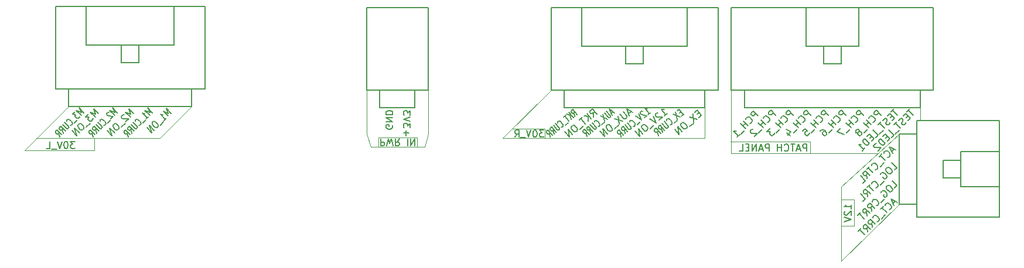
<source format=gbr>
G04 #@! TF.GenerationSoftware,KiCad,Pcbnew,(5.1.4)-1*
G04 #@! TF.CreationDate,2019-11-22T18:54:27-06:00*
G04 #@! TF.ProjectId,Tiva_Breakout_Hardware,54697661-5f42-4726-9561-6b6f75745f48,rev?*
G04 #@! TF.SameCoordinates,Original*
G04 #@! TF.FileFunction,Legend,Bot*
G04 #@! TF.FilePolarity,Positive*
%FSLAX46Y46*%
G04 Gerber Fmt 4.6, Leading zero omitted, Abs format (unit mm)*
G04 Created by KiCad (PCBNEW (5.1.4)-1) date 2019-11-22 18:54:27*
%MOMM*%
%LPD*%
G04 APERTURE LIST*
%ADD10C,0.120000*%
%ADD11C,0.150000*%
G04 APERTURE END LIST*
D10*
X203276200Y-94869000D02*
X203276200Y-96520000D01*
X191719200Y-94869000D02*
X203276200Y-94869000D01*
D11*
X202727914Y-96210380D02*
X202727914Y-95210380D01*
X202346961Y-95210380D01*
X202251723Y-95258000D01*
X202204104Y-95305619D01*
X202156485Y-95400857D01*
X202156485Y-95543714D01*
X202204104Y-95638952D01*
X202251723Y-95686571D01*
X202346961Y-95734190D01*
X202727914Y-95734190D01*
X201775533Y-95924666D02*
X201299342Y-95924666D01*
X201870771Y-96210380D02*
X201537438Y-95210380D01*
X201204104Y-96210380D01*
X201013628Y-95210380D02*
X200442200Y-95210380D01*
X200727914Y-96210380D02*
X200727914Y-95210380D01*
X199537438Y-96115142D02*
X199585057Y-96162761D01*
X199727914Y-96210380D01*
X199823152Y-96210380D01*
X199966009Y-96162761D01*
X200061247Y-96067523D01*
X200108866Y-95972285D01*
X200156485Y-95781809D01*
X200156485Y-95638952D01*
X200108866Y-95448476D01*
X200061247Y-95353238D01*
X199966009Y-95258000D01*
X199823152Y-95210380D01*
X199727914Y-95210380D01*
X199585057Y-95258000D01*
X199537438Y-95305619D01*
X199108866Y-96210380D02*
X199108866Y-95210380D01*
X199108866Y-95686571D02*
X198537438Y-95686571D01*
X198537438Y-96210380D02*
X198537438Y-95210380D01*
X197299342Y-96210380D02*
X197299342Y-95210380D01*
X196918390Y-95210380D01*
X196823152Y-95258000D01*
X196775533Y-95305619D01*
X196727914Y-95400857D01*
X196727914Y-95543714D01*
X196775533Y-95638952D01*
X196823152Y-95686571D01*
X196918390Y-95734190D01*
X197299342Y-95734190D01*
X196346961Y-95924666D02*
X195870771Y-95924666D01*
X196442200Y-96210380D02*
X196108866Y-95210380D01*
X195775533Y-96210380D01*
X195442200Y-96210380D02*
X195442200Y-95210380D01*
X194870771Y-96210380D01*
X194870771Y-95210380D01*
X194394580Y-95686571D02*
X194061247Y-95686571D01*
X193918390Y-96210380D02*
X194394580Y-96210380D01*
X194394580Y-95210380D01*
X193918390Y-95210380D01*
X193013628Y-96210380D02*
X193489819Y-96210380D01*
X193489819Y-95210380D01*
D10*
X191846200Y-96520000D02*
X213055200Y-96520000D01*
X191846200Y-87376000D02*
X191846200Y-96520000D01*
X219151200Y-89916000D02*
X219151200Y-91821000D01*
D11*
X195713310Y-91133652D02*
X195006203Y-90426546D01*
X194736829Y-90695920D01*
X194703157Y-90796935D01*
X194703157Y-90864278D01*
X194736829Y-90965294D01*
X194837844Y-91066309D01*
X194938860Y-91099981D01*
X195006203Y-91099981D01*
X195107218Y-91066309D01*
X195376592Y-90796935D01*
X194534799Y-92177477D02*
X194602142Y-92177477D01*
X194736829Y-92110133D01*
X194804173Y-92042790D01*
X194871516Y-91908103D01*
X194871516Y-91773416D01*
X194837844Y-91672400D01*
X194736829Y-91504042D01*
X194635814Y-91403026D01*
X194467455Y-91302011D01*
X194366440Y-91268339D01*
X194231753Y-91268339D01*
X194097066Y-91335683D01*
X194029722Y-91403026D01*
X193962379Y-91537713D01*
X193962379Y-91605057D01*
X194299096Y-92547866D02*
X193591990Y-91840759D01*
X193928707Y-92177477D02*
X193524646Y-92581538D01*
X193895035Y-92951927D02*
X193187929Y-92244820D01*
X193794020Y-93187629D02*
X193255272Y-93726377D01*
X192649181Y-94197782D02*
X193053242Y-93793721D01*
X192851211Y-93995751D02*
X192144104Y-93288644D01*
X192312463Y-93322316D01*
X192447150Y-93322316D01*
X192548165Y-93288644D01*
X198253310Y-91006652D02*
X197546203Y-90299546D01*
X197276829Y-90568920D01*
X197243157Y-90669935D01*
X197243157Y-90737278D01*
X197276829Y-90838294D01*
X197377844Y-90939309D01*
X197478860Y-90972981D01*
X197546203Y-90972981D01*
X197647218Y-90939309D01*
X197916592Y-90669935D01*
X197074799Y-92050477D02*
X197142142Y-92050477D01*
X197276829Y-91983133D01*
X197344173Y-91915790D01*
X197411516Y-91781103D01*
X197411516Y-91646416D01*
X197377844Y-91545400D01*
X197276829Y-91377042D01*
X197175814Y-91276026D01*
X197007455Y-91175011D01*
X196906440Y-91141339D01*
X196771753Y-91141339D01*
X196637066Y-91208683D01*
X196569722Y-91276026D01*
X196502379Y-91410713D01*
X196502379Y-91478057D01*
X196839096Y-92420866D02*
X196131990Y-91713759D01*
X196468707Y-92050477D02*
X196064646Y-92454538D01*
X196435035Y-92824927D02*
X195727929Y-92117820D01*
X196334020Y-93060629D02*
X195795272Y-93599377D01*
X194953478Y-93026957D02*
X194886135Y-93026957D01*
X194785120Y-93060629D01*
X194616761Y-93228988D01*
X194583089Y-93330003D01*
X194583089Y-93397347D01*
X194616761Y-93498362D01*
X194684104Y-93565705D01*
X194818791Y-93633049D01*
X195626913Y-93633049D01*
X195189181Y-94070782D01*
X200793310Y-91006652D02*
X200086203Y-90299546D01*
X199816829Y-90568920D01*
X199783157Y-90669935D01*
X199783157Y-90737278D01*
X199816829Y-90838294D01*
X199917844Y-90939309D01*
X200018860Y-90972981D01*
X200086203Y-90972981D01*
X200187218Y-90939309D01*
X200456592Y-90669935D01*
X199614799Y-92050477D02*
X199682142Y-92050477D01*
X199816829Y-91983133D01*
X199884173Y-91915790D01*
X199951516Y-91781103D01*
X199951516Y-91646416D01*
X199917844Y-91545400D01*
X199816829Y-91377042D01*
X199715814Y-91276026D01*
X199547455Y-91175011D01*
X199446440Y-91141339D01*
X199311753Y-91141339D01*
X199177066Y-91208683D01*
X199109722Y-91276026D01*
X199042379Y-91410713D01*
X199042379Y-91478057D01*
X199379096Y-92420866D02*
X198671990Y-91713759D01*
X199008707Y-92050477D02*
X198604646Y-92454538D01*
X198975035Y-92824927D02*
X198267929Y-92117820D01*
X198874020Y-93060629D02*
X198335272Y-93599377D01*
X197459807Y-92925942D02*
X197022074Y-93363675D01*
X197527150Y-93397347D01*
X197426135Y-93498362D01*
X197392463Y-93599377D01*
X197392463Y-93666721D01*
X197426135Y-93767736D01*
X197594494Y-93936095D01*
X197695509Y-93969766D01*
X197762852Y-93969766D01*
X197863868Y-93936095D01*
X198065898Y-93734064D01*
X198099570Y-93633049D01*
X198099570Y-93565705D01*
X203333310Y-91006652D02*
X202626203Y-90299546D01*
X202356829Y-90568920D01*
X202323157Y-90669935D01*
X202323157Y-90737278D01*
X202356829Y-90838294D01*
X202457844Y-90939309D01*
X202558860Y-90972981D01*
X202626203Y-90972981D01*
X202727218Y-90939309D01*
X202996592Y-90669935D01*
X202154799Y-92050477D02*
X202222142Y-92050477D01*
X202356829Y-91983133D01*
X202424173Y-91915790D01*
X202491516Y-91781103D01*
X202491516Y-91646416D01*
X202457844Y-91545400D01*
X202356829Y-91377042D01*
X202255814Y-91276026D01*
X202087455Y-91175011D01*
X201986440Y-91141339D01*
X201851753Y-91141339D01*
X201717066Y-91208683D01*
X201649722Y-91276026D01*
X201582379Y-91410713D01*
X201582379Y-91478057D01*
X201919096Y-92420866D02*
X201211990Y-91713759D01*
X201548707Y-92050477D02*
X201144646Y-92454538D01*
X201515035Y-92824927D02*
X200807929Y-92117820D01*
X201414020Y-93060629D02*
X200875272Y-93599377D01*
X199865120Y-93532034D02*
X200336524Y-94003438D01*
X199764104Y-93094301D02*
X200437539Y-93431018D01*
X199999807Y-93868751D01*
X205873310Y-91006652D02*
X205166203Y-90299546D01*
X204896829Y-90568920D01*
X204863157Y-90669935D01*
X204863157Y-90737278D01*
X204896829Y-90838294D01*
X204997844Y-90939309D01*
X205098860Y-90972981D01*
X205166203Y-90972981D01*
X205267218Y-90939309D01*
X205536592Y-90669935D01*
X204694799Y-92050477D02*
X204762142Y-92050477D01*
X204896829Y-91983133D01*
X204964173Y-91915790D01*
X205031516Y-91781103D01*
X205031516Y-91646416D01*
X204997844Y-91545400D01*
X204896829Y-91377042D01*
X204795814Y-91276026D01*
X204627455Y-91175011D01*
X204526440Y-91141339D01*
X204391753Y-91141339D01*
X204257066Y-91208683D01*
X204189722Y-91276026D01*
X204122379Y-91410713D01*
X204122379Y-91478057D01*
X204459096Y-92420866D02*
X203751990Y-91713759D01*
X204088707Y-92050477D02*
X203684646Y-92454538D01*
X204055035Y-92824927D02*
X203347929Y-92117820D01*
X203954020Y-93060629D02*
X203415272Y-93599377D01*
X202135746Y-93330003D02*
X202472463Y-92993286D01*
X202842852Y-93296331D01*
X202775509Y-93296331D01*
X202674494Y-93330003D01*
X202506135Y-93498362D01*
X202472463Y-93599377D01*
X202472463Y-93666721D01*
X202506135Y-93767736D01*
X202674494Y-93936095D01*
X202775509Y-93969766D01*
X202842852Y-93969766D01*
X202943868Y-93936095D01*
X203112226Y-93767736D01*
X203145898Y-93666721D01*
X203145898Y-93599377D01*
X208413310Y-91006652D02*
X207706203Y-90299546D01*
X207436829Y-90568920D01*
X207403157Y-90669935D01*
X207403157Y-90737278D01*
X207436829Y-90838294D01*
X207537844Y-90939309D01*
X207638860Y-90972981D01*
X207706203Y-90972981D01*
X207807218Y-90939309D01*
X208076592Y-90669935D01*
X207234799Y-92050477D02*
X207302142Y-92050477D01*
X207436829Y-91983133D01*
X207504173Y-91915790D01*
X207571516Y-91781103D01*
X207571516Y-91646416D01*
X207537844Y-91545400D01*
X207436829Y-91377042D01*
X207335814Y-91276026D01*
X207167455Y-91175011D01*
X207066440Y-91141339D01*
X206931753Y-91141339D01*
X206797066Y-91208683D01*
X206729722Y-91276026D01*
X206662379Y-91410713D01*
X206662379Y-91478057D01*
X206999096Y-92420866D02*
X206291990Y-91713759D01*
X206628707Y-92050477D02*
X206224646Y-92454538D01*
X206595035Y-92824927D02*
X205887929Y-92117820D01*
X206494020Y-93060629D02*
X205955272Y-93599377D01*
X204709417Y-93296331D02*
X204844104Y-93161644D01*
X204945120Y-93127973D01*
X205012463Y-93127973D01*
X205180822Y-93161644D01*
X205349181Y-93262660D01*
X205618555Y-93532034D01*
X205652226Y-93633049D01*
X205652226Y-93700392D01*
X205618555Y-93801408D01*
X205483868Y-93936095D01*
X205382852Y-93969766D01*
X205315509Y-93969766D01*
X205214494Y-93936095D01*
X205046135Y-93767736D01*
X205012463Y-93666721D01*
X205012463Y-93599377D01*
X205046135Y-93498362D01*
X205180822Y-93363675D01*
X205281837Y-93330003D01*
X205349181Y-93330003D01*
X205450196Y-93363675D01*
X210953310Y-91006652D02*
X210246203Y-90299546D01*
X209976829Y-90568920D01*
X209943157Y-90669935D01*
X209943157Y-90737278D01*
X209976829Y-90838294D01*
X210077844Y-90939309D01*
X210178860Y-90972981D01*
X210246203Y-90972981D01*
X210347218Y-90939309D01*
X210616592Y-90669935D01*
X209774799Y-92050477D02*
X209842142Y-92050477D01*
X209976829Y-91983133D01*
X210044173Y-91915790D01*
X210111516Y-91781103D01*
X210111516Y-91646416D01*
X210077844Y-91545400D01*
X209976829Y-91377042D01*
X209875814Y-91276026D01*
X209707455Y-91175011D01*
X209606440Y-91141339D01*
X209471753Y-91141339D01*
X209337066Y-91208683D01*
X209269722Y-91276026D01*
X209202379Y-91410713D01*
X209202379Y-91478057D01*
X209539096Y-92420866D02*
X208831990Y-91713759D01*
X209168707Y-92050477D02*
X208764646Y-92454538D01*
X209135035Y-92824927D02*
X208427929Y-92117820D01*
X209034020Y-93060629D02*
X208495272Y-93599377D01*
X207619807Y-92925942D02*
X207148402Y-93397347D01*
X208158555Y-93801408D01*
X213493310Y-91006652D02*
X212786203Y-90299546D01*
X212516829Y-90568920D01*
X212483157Y-90669935D01*
X212483157Y-90737278D01*
X212516829Y-90838294D01*
X212617844Y-90939309D01*
X212718860Y-90972981D01*
X212786203Y-90972981D01*
X212887218Y-90939309D01*
X213156592Y-90669935D01*
X212314799Y-92050477D02*
X212382142Y-92050477D01*
X212516829Y-91983133D01*
X212584173Y-91915790D01*
X212651516Y-91781103D01*
X212651516Y-91646416D01*
X212617844Y-91545400D01*
X212516829Y-91377042D01*
X212415814Y-91276026D01*
X212247455Y-91175011D01*
X212146440Y-91141339D01*
X212011753Y-91141339D01*
X211877066Y-91208683D01*
X211809722Y-91276026D01*
X211742379Y-91410713D01*
X211742379Y-91478057D01*
X212079096Y-92420866D02*
X211371990Y-91713759D01*
X211708707Y-92050477D02*
X211304646Y-92454538D01*
X211675035Y-92824927D02*
X210967929Y-92117820D01*
X211574020Y-93060629D02*
X211035272Y-93599377D01*
X210294494Y-93397347D02*
X210328165Y-93296331D01*
X210328165Y-93228988D01*
X210294494Y-93127973D01*
X210260822Y-93094301D01*
X210159807Y-93060629D01*
X210092463Y-93060629D01*
X209991448Y-93094301D01*
X209856761Y-93228988D01*
X209823089Y-93330003D01*
X209823089Y-93397347D01*
X209856761Y-93498362D01*
X209890433Y-93532034D01*
X209991448Y-93565705D01*
X210058791Y-93565705D01*
X210159807Y-93532034D01*
X210294494Y-93397347D01*
X210395509Y-93363675D01*
X210462852Y-93363675D01*
X210563868Y-93397347D01*
X210698555Y-93532034D01*
X210732226Y-93633049D01*
X210732226Y-93700392D01*
X210698555Y-93801408D01*
X210563868Y-93936095D01*
X210462852Y-93969766D01*
X210395509Y-93969766D01*
X210294494Y-93936095D01*
X210159807Y-93801408D01*
X210126135Y-93700392D01*
X210126135Y-93633049D01*
X210159807Y-93532034D01*
X217647714Y-90137034D02*
X217243653Y-90541095D01*
X218152791Y-91046172D02*
X217445684Y-90339065D01*
X217344669Y-91113515D02*
X217108966Y-91349217D01*
X217378340Y-91820622D02*
X217715058Y-91483904D01*
X217007951Y-90776798D01*
X216671234Y-91113515D01*
X217075295Y-92056324D02*
X217007951Y-92191011D01*
X216839592Y-92359370D01*
X216738577Y-92393042D01*
X216671234Y-92393042D01*
X216570218Y-92359370D01*
X216502875Y-92292026D01*
X216469203Y-92191011D01*
X216469203Y-92123668D01*
X216502875Y-92022652D01*
X216603890Y-91854294D01*
X216637562Y-91753278D01*
X216637562Y-91685935D01*
X216603890Y-91584920D01*
X216536547Y-91517576D01*
X216435531Y-91483904D01*
X216368188Y-91483904D01*
X216267173Y-91517576D01*
X216098814Y-91685935D01*
X216031470Y-91820622D01*
X215795768Y-91988981D02*
X215391707Y-92393042D01*
X216300844Y-92898118D02*
X215593738Y-92191011D01*
X216098814Y-93234835D02*
X215560066Y-93773583D01*
X214987646Y-94211316D02*
X215324364Y-93874599D01*
X214617257Y-93167492D01*
X214381555Y-94076629D02*
X214145852Y-94312331D01*
X214415226Y-94783736D02*
X214751944Y-94447018D01*
X214044837Y-93739912D01*
X213708120Y-94076629D01*
X214112181Y-95086782D02*
X213405074Y-94379675D01*
X213236715Y-94548034D01*
X213169372Y-94682721D01*
X213169372Y-94817408D01*
X213203043Y-94918423D01*
X213304059Y-95086782D01*
X213405074Y-95187797D01*
X213573433Y-95288812D01*
X213674448Y-95322484D01*
X213809135Y-95322484D01*
X213943822Y-95255140D01*
X214112181Y-95086782D01*
X212798982Y-95120453D02*
X212731639Y-95120453D01*
X212630624Y-95154125D01*
X212462265Y-95322484D01*
X212428593Y-95423499D01*
X212428593Y-95490843D01*
X212462265Y-95591858D01*
X212529608Y-95659201D01*
X212664295Y-95726545D01*
X213472417Y-95726545D01*
X213034685Y-96164278D01*
X215361714Y-90137034D02*
X214957653Y-90541095D01*
X215866791Y-91046172D02*
X215159684Y-90339065D01*
X215058669Y-91113515D02*
X214822966Y-91349217D01*
X215092340Y-91820622D02*
X215429058Y-91483904D01*
X214721951Y-90776798D01*
X214385234Y-91113515D01*
X214789295Y-92056324D02*
X214721951Y-92191011D01*
X214553592Y-92359370D01*
X214452577Y-92393042D01*
X214385234Y-92393042D01*
X214284218Y-92359370D01*
X214216875Y-92292026D01*
X214183203Y-92191011D01*
X214183203Y-92123668D01*
X214216875Y-92022652D01*
X214317890Y-91854294D01*
X214351562Y-91753278D01*
X214351562Y-91685935D01*
X214317890Y-91584920D01*
X214250547Y-91517576D01*
X214149531Y-91483904D01*
X214082188Y-91483904D01*
X213981173Y-91517576D01*
X213812814Y-91685935D01*
X213745470Y-91820622D01*
X213509768Y-91988981D02*
X213105707Y-92393042D01*
X214014844Y-92898118D02*
X213307738Y-92191011D01*
X213812814Y-93234835D02*
X213274066Y-93773583D01*
X212701646Y-94211316D02*
X213038364Y-93874599D01*
X212331257Y-93167492D01*
X212095555Y-94076629D02*
X211859852Y-94312331D01*
X212129226Y-94783736D02*
X212465944Y-94447018D01*
X211758837Y-93739912D01*
X211422120Y-94076629D01*
X211826181Y-95086782D02*
X211119074Y-94379675D01*
X210950715Y-94548034D01*
X210883372Y-94682721D01*
X210883372Y-94817408D01*
X210917043Y-94918423D01*
X211018059Y-95086782D01*
X211119074Y-95187797D01*
X211287433Y-95288812D01*
X211388448Y-95322484D01*
X211523135Y-95322484D01*
X211657822Y-95255140D01*
X211826181Y-95086782D01*
X210748685Y-96164278D02*
X211152746Y-95760217D01*
X210950715Y-95962247D02*
X210243608Y-95255140D01*
X210411967Y-95288812D01*
X210546654Y-95288812D01*
X210647669Y-95255140D01*
D10*
X164922200Y-92964000D02*
X160223200Y-92964000D01*
X164922200Y-94361000D02*
X164922200Y-92964000D01*
D11*
X164755247Y-93178380D02*
X164136200Y-93178380D01*
X164469533Y-93559333D01*
X164326676Y-93559333D01*
X164231438Y-93606952D01*
X164183819Y-93654571D01*
X164136200Y-93749809D01*
X164136200Y-93987904D01*
X164183819Y-94083142D01*
X164231438Y-94130761D01*
X164326676Y-94178380D01*
X164612390Y-94178380D01*
X164707628Y-94130761D01*
X164755247Y-94083142D01*
X163517152Y-93178380D02*
X163421914Y-93178380D01*
X163326676Y-93226000D01*
X163279057Y-93273619D01*
X163231438Y-93368857D01*
X163183819Y-93559333D01*
X163183819Y-93797428D01*
X163231438Y-93987904D01*
X163279057Y-94083142D01*
X163326676Y-94130761D01*
X163421914Y-94178380D01*
X163517152Y-94178380D01*
X163612390Y-94130761D01*
X163660009Y-94083142D01*
X163707628Y-93987904D01*
X163755247Y-93797428D01*
X163755247Y-93559333D01*
X163707628Y-93368857D01*
X163660009Y-93273619D01*
X163612390Y-93226000D01*
X163517152Y-93178380D01*
X162898104Y-93178380D02*
X162564771Y-94178380D01*
X162231438Y-93178380D01*
X162136200Y-94273619D02*
X161374295Y-94273619D01*
X160564771Y-94178380D02*
X160898104Y-93702190D01*
X161136200Y-94178380D02*
X161136200Y-93178380D01*
X160755247Y-93178380D01*
X160660009Y-93226000D01*
X160612390Y-93273619D01*
X160564771Y-93368857D01*
X160564771Y-93511714D01*
X160612390Y-93606952D01*
X160660009Y-93654571D01*
X160755247Y-93702190D01*
X161136200Y-93702190D01*
D10*
X158826200Y-94361000D02*
X163144200Y-94361000D01*
X165811200Y-87376000D02*
X158826200Y-94361000D01*
X163271200Y-94361000D02*
X159461200Y-94361000D01*
D11*
X169247445Y-91187976D02*
X169122959Y-90670810D01*
X169558766Y-90926747D02*
X168915978Y-90160703D01*
X168708431Y-90334856D01*
X168687153Y-90414872D01*
X168691819Y-90473119D01*
X168727093Y-90567845D01*
X168818920Y-90677280D01*
X168906081Y-90728468D01*
X168962634Y-90743177D01*
X169045129Y-90736117D01*
X169252676Y-90561964D01*
X169013955Y-91383898D02*
X168371167Y-90617854D01*
X168702634Y-91645127D02*
X168568817Y-91011466D01*
X168059847Y-90879082D02*
X168738474Y-91055593D01*
X167904186Y-91009697D02*
X167592866Y-91270926D01*
X168391314Y-91906356D02*
X167748526Y-91140311D01*
X168244985Y-92153465D02*
X167829891Y-92501770D01*
X167266418Y-92725931D02*
X167322970Y-92740640D01*
X167431409Y-92711811D01*
X167483296Y-92668273D01*
X167530517Y-92566488D01*
X167521186Y-92449993D01*
X167485911Y-92355267D01*
X167389419Y-92187585D01*
X167297592Y-92078150D01*
X167149213Y-91954006D01*
X167062052Y-91902818D01*
X166948947Y-91873400D01*
X166840508Y-91902229D01*
X166788621Y-91945767D01*
X166741400Y-92047553D01*
X166746066Y-92105800D01*
X166451358Y-92228765D02*
X166971710Y-92848896D01*
X167006984Y-92943622D01*
X167011650Y-93001869D01*
X166990372Y-93081886D01*
X166886598Y-93168962D01*
X166804103Y-93176022D01*
X166747550Y-93161313D01*
X166660389Y-93110125D01*
X166140037Y-92489994D01*
X166212071Y-93734958D02*
X166087585Y-93217791D01*
X166523391Y-93473729D02*
X165880603Y-92707685D01*
X165673056Y-92881837D01*
X165651779Y-92961854D01*
X165656444Y-93020101D01*
X165691719Y-93114827D01*
X165783546Y-93224262D01*
X165870707Y-93275449D01*
X165927259Y-93290158D01*
X166009755Y-93283099D01*
X166217302Y-93108946D01*
X165667260Y-94192108D02*
X165542774Y-93674942D01*
X165978580Y-93930880D02*
X165335793Y-93164835D01*
X165128246Y-93338988D01*
X165106968Y-93419004D01*
X165111633Y-93477252D01*
X165146908Y-93571977D01*
X165238735Y-93681412D01*
X165325896Y-93732600D01*
X165382448Y-93747309D01*
X165464944Y-93740249D01*
X165672491Y-93566097D01*
X174760999Y-90537339D02*
X174501565Y-90755030D01*
X174996539Y-90712671D02*
X174172148Y-90099010D01*
X174633332Y-91017438D01*
X173808941Y-90403777D02*
X174329293Y-91023908D01*
X174364567Y-91118634D01*
X174369233Y-91176882D01*
X174347955Y-91256898D01*
X174244181Y-91343974D01*
X174161686Y-91351034D01*
X174105133Y-91336325D01*
X174017972Y-91285137D01*
X173497620Y-90665006D01*
X173290073Y-90839159D02*
X173569654Y-91909970D01*
X172926866Y-91143926D02*
X173932861Y-91605203D01*
X173553041Y-92048234D02*
X173137947Y-92396539D01*
X172574474Y-92620700D02*
X172631027Y-92635409D01*
X172739466Y-92606581D01*
X172791352Y-92563042D01*
X172838574Y-92461257D01*
X172829243Y-92344762D01*
X172793968Y-92250036D01*
X172697476Y-92082354D01*
X172605649Y-91972919D01*
X172457270Y-91848775D01*
X172370109Y-91797588D01*
X172257004Y-91768169D01*
X172148565Y-91796998D01*
X172096678Y-91840536D01*
X172049457Y-91942322D01*
X172054122Y-92000569D01*
X171759414Y-92123534D02*
X172279766Y-92743665D01*
X172315041Y-92838391D01*
X172319706Y-92896638D01*
X172298428Y-92976655D01*
X172194655Y-93063731D01*
X172112159Y-93070791D01*
X172055607Y-93056082D01*
X171968446Y-93004894D01*
X171448094Y-92384763D01*
X171520127Y-93629727D02*
X171395642Y-93112560D01*
X171831448Y-93368498D02*
X171188660Y-92602454D01*
X170981113Y-92776606D01*
X170959835Y-92856623D01*
X170964501Y-92914870D01*
X170999775Y-93009596D01*
X171091602Y-93119031D01*
X171178763Y-93170218D01*
X171235316Y-93184927D01*
X171317811Y-93177868D01*
X171525358Y-93003715D01*
X170975316Y-94086878D02*
X170850831Y-93569711D01*
X171286637Y-93825649D02*
X170643849Y-93059604D01*
X170436302Y-93233757D01*
X170415024Y-93313773D01*
X170419690Y-93372021D01*
X170454965Y-93466746D01*
X170546791Y-93576181D01*
X170633953Y-93627369D01*
X170690505Y-93642078D01*
X170773001Y-93635018D01*
X170980548Y-93460866D01*
X179805060Y-90940469D02*
X180138618Y-90660581D01*
X179971839Y-90800525D02*
X179329051Y-90034480D01*
X179476471Y-90097267D01*
X179593282Y-90123576D01*
X179679484Y-90113406D01*
X179001119Y-90433973D02*
X178942713Y-90420819D01*
X178856511Y-90430989D01*
X178717529Y-90547609D01*
X178692545Y-90630735D01*
X178695358Y-90690537D01*
X178728779Y-90786818D01*
X178789997Y-90859774D01*
X178909620Y-90945885D01*
X179610485Y-91103737D01*
X179249131Y-91406949D01*
X178439564Y-90780849D02*
X178887777Y-91710161D01*
X178050414Y-91107385D01*
X178698826Y-91993034D02*
X178254083Y-92366218D01*
X177659107Y-92616813D02*
X177717513Y-92629967D01*
X177831511Y-92596473D01*
X177887104Y-92549825D01*
X177939884Y-92443375D01*
X177934259Y-92323770D01*
X177900838Y-92227490D01*
X177806199Y-92058253D01*
X177714372Y-91948818D01*
X177564140Y-91826229D01*
X177475125Y-91776596D01*
X177358315Y-91750287D01*
X177244316Y-91783781D01*
X177188723Y-91830429D01*
X177135943Y-91936879D01*
X177138755Y-91996682D01*
X176827369Y-92133641D02*
X177347721Y-92753772D01*
X177381142Y-92850053D01*
X177383955Y-92909855D01*
X177358971Y-92992982D01*
X177247785Y-93086278D01*
X177161583Y-93096447D01*
X177103178Y-93083293D01*
X177014163Y-93033660D01*
X176493811Y-92413529D01*
X176525077Y-93692702D02*
X176413563Y-93164651D01*
X176858634Y-93412814D02*
X176215847Y-92646769D01*
X175993475Y-92833361D01*
X175968491Y-92916488D01*
X175971303Y-92976290D01*
X176004725Y-93072571D01*
X176096552Y-93182006D01*
X176185566Y-93231638D01*
X176243971Y-93244792D01*
X176330173Y-93234623D01*
X176552545Y-93048031D01*
X175941351Y-94182506D02*
X175829837Y-93654455D01*
X176274909Y-93902618D02*
X175632121Y-93136573D01*
X175409749Y-93323166D01*
X175384765Y-93406292D01*
X175387578Y-93466094D01*
X175420999Y-93562375D01*
X175512826Y-93671810D01*
X175601840Y-93721442D01*
X175660246Y-93734597D01*
X175746447Y-93724427D01*
X175968819Y-93537835D01*
X171952073Y-91262968D02*
X171901332Y-90683923D01*
X172389813Y-90895661D02*
X171747025Y-90129617D01*
X171455199Y-90374488D01*
X171412851Y-90472184D01*
X171406982Y-90539271D01*
X171431721Y-90642837D01*
X171523548Y-90752272D01*
X171621244Y-90794620D01*
X171688332Y-90800489D01*
X171791897Y-90775749D01*
X172083724Y-90530878D01*
X171623768Y-91538449D02*
X170980981Y-90772404D01*
X171186029Y-91905756D02*
X171147026Y-91192536D01*
X170543241Y-91139711D02*
X171348288Y-91210144D01*
X170324371Y-91323365D02*
X169886632Y-91690672D01*
X170748289Y-92273063D02*
X170105502Y-91507019D01*
X170517681Y-92590891D02*
X169934028Y-93080634D01*
X168901717Y-92517113D02*
X168755804Y-92639549D01*
X168713456Y-92737245D01*
X168701718Y-92871420D01*
X168787675Y-93047942D01*
X169001938Y-93303290D01*
X169160852Y-93418594D01*
X169295026Y-93430333D01*
X169398592Y-93405594D01*
X169544505Y-93283158D01*
X169586853Y-93185462D01*
X169598591Y-93051287D01*
X169512634Y-92874765D01*
X169298371Y-92619417D01*
X169139457Y-92504113D01*
X169005283Y-92492374D01*
X168901717Y-92517113D01*
X168887895Y-93834119D02*
X168245108Y-93068074D01*
X168450156Y-94201426D01*
X167807368Y-93435381D01*
X177359116Y-90488573D02*
X176994333Y-90794663D01*
X177615726Y-90646225D02*
X176717590Y-90094443D01*
X177105030Y-91074750D01*
X176206894Y-90522968D02*
X176727246Y-91143100D01*
X176751986Y-91246665D01*
X176746116Y-91313752D01*
X176703768Y-91411449D01*
X176557855Y-91533884D01*
X176454290Y-91558624D01*
X176387202Y-91552755D01*
X176289506Y-91510407D01*
X175769154Y-90890276D01*
X175477328Y-91135147D02*
X175609419Y-92329717D01*
X174966632Y-91563672D02*
X176120116Y-91901192D01*
X175561202Y-92494500D02*
X174977549Y-92984243D01*
X173945239Y-92420722D02*
X173799326Y-92543158D01*
X173756978Y-92640854D01*
X173745239Y-92775029D01*
X173831197Y-92951551D01*
X174045459Y-93206899D01*
X174204373Y-93322203D01*
X174338548Y-93333942D01*
X174442113Y-93309202D01*
X174588027Y-93186767D01*
X174630374Y-93089071D01*
X174642113Y-92954896D01*
X174556156Y-92778374D01*
X174341893Y-92523026D01*
X174182979Y-92407722D01*
X174048805Y-92395983D01*
X173945239Y-92420722D01*
X173931417Y-93737728D02*
X173288630Y-92971683D01*
X173493677Y-94105035D01*
X172850890Y-93338990D01*
X182148552Y-91105359D02*
X182586291Y-90738052D01*
X182367421Y-90921706D02*
X181724634Y-90155661D01*
X181889417Y-90203878D01*
X182023592Y-90215617D01*
X182127157Y-90190877D01*
X181275155Y-90657143D02*
X181208068Y-90651274D01*
X181104503Y-90676013D01*
X180922111Y-90829058D01*
X180879763Y-90926754D01*
X180873894Y-90993841D01*
X180898634Y-91097407D01*
X180959851Y-91170363D01*
X181088157Y-91249189D01*
X181893203Y-91319622D01*
X181418985Y-91717538D01*
X180557328Y-91135147D02*
X180944767Y-92115454D01*
X180046632Y-91563672D01*
X180677681Y-92463891D02*
X180094028Y-92953634D01*
X179061717Y-92390113D02*
X178915804Y-92512549D01*
X178873456Y-92610245D01*
X178861718Y-92744420D01*
X178947675Y-92920942D01*
X179161938Y-93176290D01*
X179320852Y-93291594D01*
X179455026Y-93303333D01*
X179558592Y-93278594D01*
X179704505Y-93156158D01*
X179746853Y-93058462D01*
X179758591Y-92924287D01*
X179672634Y-92747765D01*
X179458371Y-92492417D01*
X179299457Y-92377113D01*
X179165283Y-92365374D01*
X179061717Y-92390113D01*
X179047895Y-93707119D02*
X178405108Y-92941074D01*
X178610156Y-94074426D01*
X177967368Y-93308381D01*
X184590057Y-90504222D02*
X184395481Y-90667490D01*
X184648790Y-91138723D02*
X184926755Y-90905483D01*
X184283967Y-90139438D01*
X184006003Y-90372679D01*
X183811427Y-90535947D02*
X184065064Y-91628527D01*
X183422277Y-90862483D02*
X184454215Y-91301991D01*
X184042893Y-91771456D02*
X183598149Y-92144640D01*
X183003174Y-92395235D02*
X183061579Y-92408389D01*
X183175577Y-92374895D01*
X183231170Y-92328247D01*
X183283951Y-92221797D01*
X183278326Y-92102192D01*
X183244904Y-92005912D01*
X183150265Y-91836675D01*
X183058438Y-91727240D01*
X182908206Y-91604650D01*
X182819192Y-91555018D01*
X182702381Y-91528709D01*
X182588383Y-91562203D01*
X182532790Y-91608851D01*
X182480009Y-91715301D01*
X182482822Y-91775104D01*
X182171436Y-91912063D02*
X182691787Y-92532194D01*
X182725209Y-92628475D01*
X182728021Y-92688277D01*
X182703037Y-92771404D01*
X182591851Y-92864700D01*
X182505650Y-92874869D01*
X182447244Y-92861715D01*
X182358230Y-92812082D01*
X181837878Y-92191951D01*
X181869143Y-93471124D02*
X181757629Y-92943073D01*
X182202701Y-93191236D02*
X181559913Y-92425191D01*
X181337541Y-92611783D01*
X181312557Y-92694910D01*
X181315370Y-92754712D01*
X181348791Y-92850993D01*
X181440618Y-92960427D01*
X181529632Y-93010060D01*
X181588038Y-93023214D01*
X181674240Y-93013045D01*
X181896612Y-92826453D01*
X181285417Y-93960928D02*
X181173903Y-93432877D01*
X181618975Y-93681040D02*
X180976187Y-92914995D01*
X180753816Y-93101587D01*
X180728832Y-93184714D01*
X180731644Y-93244516D01*
X180765065Y-93340797D01*
X180856892Y-93450232D01*
X180945907Y-93499864D01*
X181004312Y-93513019D01*
X181090514Y-93502849D01*
X181312886Y-93316257D01*
X187200571Y-90658184D02*
X186945223Y-90872447D01*
X187172486Y-91365535D02*
X187537269Y-91059446D01*
X186894481Y-90293401D01*
X186529698Y-90599491D01*
X186274350Y-90813753D02*
X186406442Y-92008323D01*
X185763654Y-91242278D02*
X186917138Y-91579798D01*
X186358224Y-92173106D02*
X185774572Y-92662849D01*
X184742261Y-92099329D02*
X184596348Y-92221764D01*
X184554000Y-92319460D01*
X184542262Y-92453635D01*
X184628219Y-92630157D01*
X184842482Y-92885505D01*
X185001396Y-93000810D01*
X185135570Y-93012548D01*
X185239136Y-92987809D01*
X185385049Y-92865373D01*
X185427397Y-92767677D01*
X185439135Y-92633502D01*
X185353178Y-92456980D01*
X185138915Y-92201632D01*
X184980001Y-92086328D01*
X184845827Y-92074589D01*
X184742261Y-92099329D01*
X184728439Y-93416334D02*
X184085652Y-92650289D01*
X184290700Y-93783641D01*
X183647912Y-93017597D01*
D10*
X188036200Y-94361000D02*
X163271200Y-94361000D01*
X188036200Y-89916000D02*
X188036200Y-94361000D01*
X99771200Y-94361000D02*
X91389200Y-94361000D01*
X89738200Y-96139000D02*
X99771200Y-96139000D01*
X96088200Y-89789000D02*
X89738200Y-96139000D01*
X99771200Y-94361000D02*
X99771200Y-96139000D01*
D11*
X96969009Y-94829380D02*
X96349961Y-94829380D01*
X96683295Y-95210333D01*
X96540438Y-95210333D01*
X96445200Y-95257952D01*
X96397580Y-95305571D01*
X96349961Y-95400809D01*
X96349961Y-95638904D01*
X96397580Y-95734142D01*
X96445200Y-95781761D01*
X96540438Y-95829380D01*
X96826152Y-95829380D01*
X96921390Y-95781761D01*
X96969009Y-95734142D01*
X95730914Y-94829380D02*
X95635676Y-94829380D01*
X95540438Y-94877000D01*
X95492819Y-94924619D01*
X95445200Y-95019857D01*
X95397580Y-95210333D01*
X95397580Y-95448428D01*
X95445200Y-95638904D01*
X95492819Y-95734142D01*
X95540438Y-95781761D01*
X95635676Y-95829380D01*
X95730914Y-95829380D01*
X95826152Y-95781761D01*
X95873771Y-95734142D01*
X95921390Y-95638904D01*
X95969009Y-95448428D01*
X95969009Y-95210333D01*
X95921390Y-95019857D01*
X95873771Y-94924619D01*
X95826152Y-94877000D01*
X95730914Y-94829380D01*
X95111866Y-94829380D02*
X94778533Y-95829380D01*
X94445200Y-94829380D01*
X94349961Y-95924619D02*
X93588057Y-95924619D01*
X92873771Y-95829380D02*
X93349961Y-95829380D01*
X93349961Y-94829380D01*
X100403653Y-90812309D02*
X99696547Y-90105202D01*
X99965921Y-90845981D01*
X99225142Y-90576607D01*
X99932249Y-91283713D01*
X98955768Y-90845981D02*
X98518035Y-91283713D01*
X99023112Y-91317385D01*
X98922096Y-91418400D01*
X98888425Y-91519416D01*
X98888425Y-91586759D01*
X98922096Y-91687774D01*
X99090455Y-91856133D01*
X99191470Y-91889805D01*
X99258814Y-91889805D01*
X99359829Y-91856133D01*
X99561860Y-91654103D01*
X99595531Y-91553087D01*
X99595531Y-91485744D01*
X99157799Y-92192851D02*
X98619051Y-92731599D01*
X97541555Y-92260194D02*
X97406868Y-92394881D01*
X97373196Y-92495896D01*
X97373196Y-92630583D01*
X97474211Y-92798942D01*
X97709913Y-93034644D01*
X97878272Y-93135660D01*
X98012959Y-93135660D01*
X98113974Y-93101988D01*
X98248661Y-92967301D01*
X98282333Y-92866286D01*
X98282333Y-92731599D01*
X98181318Y-92563240D01*
X97945616Y-92327538D01*
X97777257Y-92226522D01*
X97642570Y-92226522D01*
X97541555Y-92260194D01*
X97642570Y-93573392D02*
X96935463Y-92866286D01*
X97238509Y-93977453D01*
X96531402Y-93270347D01*
X98266988Y-90662975D02*
X97559881Y-89955868D01*
X97885352Y-90640549D01*
X97200671Y-90315078D01*
X97907777Y-91022185D01*
X96995408Y-90520341D02*
X96661855Y-90853893D01*
X97110834Y-90943662D01*
X97033861Y-91020636D01*
X97016217Y-91105623D01*
X97024231Y-91164953D01*
X97065916Y-91257954D01*
X97234275Y-91426313D01*
X97327276Y-91467999D01*
X97386606Y-91476013D01*
X97471594Y-91458369D01*
X97625541Y-91304421D01*
X97643185Y-91219434D01*
X97635171Y-91160104D01*
X97333674Y-91730975D02*
X96923148Y-92141501D01*
X96352277Y-92442998D02*
X96411607Y-92451012D01*
X96522252Y-92407710D01*
X96573568Y-92356394D01*
X96616870Y-92245749D01*
X96600842Y-92127090D01*
X96559156Y-92034088D01*
X96450127Y-91873743D01*
X96349112Y-91772728D01*
X96188767Y-91663699D01*
X96095766Y-91622013D01*
X95977107Y-91605986D01*
X95866461Y-91649288D01*
X95815145Y-91700603D01*
X95771844Y-91811249D01*
X95779857Y-91870578D01*
X95481593Y-92034156D02*
X96054013Y-92606575D01*
X96095698Y-92699577D01*
X96103712Y-92758906D01*
X96086068Y-92843894D01*
X95983437Y-92946525D01*
X95898449Y-92964169D01*
X95839120Y-92956156D01*
X95746118Y-92914470D01*
X95173699Y-92342050D01*
X95316332Y-93613630D02*
X95159220Y-93097308D01*
X95624227Y-93305736D02*
X94917120Y-92598629D01*
X94711857Y-92803892D01*
X94694213Y-92888879D01*
X94702227Y-92948209D01*
X94743912Y-93041210D01*
X94844928Y-93142226D01*
X94937929Y-93183911D01*
X94997259Y-93191925D01*
X95082246Y-93174281D01*
X95287509Y-92969018D01*
X94777517Y-94152446D02*
X94620404Y-93636123D01*
X95085411Y-93844551D02*
X94378304Y-93137444D01*
X94173041Y-93342707D01*
X94155397Y-93427695D01*
X94163411Y-93487024D01*
X94205097Y-93580026D01*
X94306112Y-93681041D01*
X94399114Y-93722727D01*
X94458443Y-93730741D01*
X94543431Y-93713097D01*
X94748694Y-93507834D01*
X103092988Y-90662975D02*
X102385881Y-89955868D01*
X102711352Y-90640549D01*
X102026671Y-90315078D01*
X102733777Y-91022185D01*
X101863093Y-90613342D02*
X101803764Y-90605329D01*
X101718776Y-90622973D01*
X101590487Y-90751262D01*
X101572843Y-90836249D01*
X101580857Y-90895579D01*
X101622542Y-90988580D01*
X101689886Y-91055924D01*
X101816559Y-91131281D01*
X102528514Y-91227448D01*
X102194962Y-91561000D01*
X102159674Y-91730975D02*
X101749148Y-92141501D01*
X101178277Y-92442998D02*
X101237607Y-92451012D01*
X101348252Y-92407710D01*
X101399568Y-92356394D01*
X101442870Y-92245749D01*
X101426842Y-92127090D01*
X101385156Y-92034088D01*
X101276127Y-91873743D01*
X101175112Y-91772728D01*
X101014767Y-91663699D01*
X100921766Y-91622013D01*
X100803107Y-91605986D01*
X100692461Y-91649288D01*
X100641145Y-91700603D01*
X100597844Y-91811249D01*
X100605857Y-91870578D01*
X100307593Y-92034156D02*
X100880013Y-92606575D01*
X100921698Y-92699577D01*
X100929712Y-92758906D01*
X100912068Y-92843894D01*
X100809437Y-92946525D01*
X100724449Y-92964169D01*
X100665120Y-92956156D01*
X100572118Y-92914470D01*
X99999699Y-92342050D01*
X100142332Y-93613630D02*
X99985220Y-93097308D01*
X100450227Y-93305736D02*
X99743120Y-92598629D01*
X99537857Y-92803892D01*
X99520213Y-92888879D01*
X99528227Y-92948209D01*
X99569912Y-93041210D01*
X99670928Y-93142226D01*
X99763929Y-93183911D01*
X99823259Y-93191925D01*
X99908246Y-93174281D01*
X100113509Y-92969018D01*
X99603517Y-94152446D02*
X99446404Y-93636123D01*
X99911411Y-93844551D02*
X99204304Y-93137444D01*
X98999041Y-93342707D01*
X98981397Y-93427695D01*
X98989411Y-93487024D01*
X99031097Y-93580026D01*
X99132112Y-93681041D01*
X99225114Y-93722727D01*
X99284443Y-93730741D01*
X99369431Y-93713097D01*
X99574694Y-93507834D01*
X105483653Y-90812309D02*
X104776547Y-90105202D01*
X105045921Y-90845981D01*
X104305142Y-90576607D01*
X105012249Y-91283713D01*
X104069440Y-90946996D02*
X104002096Y-90946996D01*
X103901081Y-90980668D01*
X103732722Y-91149026D01*
X103699051Y-91250042D01*
X103699051Y-91317385D01*
X103732722Y-91418400D01*
X103800066Y-91485744D01*
X103934753Y-91553087D01*
X104742875Y-91553087D01*
X104305142Y-91990820D01*
X104237799Y-92192851D02*
X103699051Y-92731599D01*
X102621555Y-92260194D02*
X102486868Y-92394881D01*
X102453196Y-92495896D01*
X102453196Y-92630583D01*
X102554211Y-92798942D01*
X102789913Y-93034644D01*
X102958272Y-93135660D01*
X103092959Y-93135660D01*
X103193974Y-93101988D01*
X103328661Y-92967301D01*
X103362333Y-92866286D01*
X103362333Y-92731599D01*
X103261318Y-92563240D01*
X103025616Y-92327538D01*
X102857257Y-92226522D01*
X102722570Y-92226522D01*
X102621555Y-92260194D01*
X102722570Y-93573392D02*
X102015463Y-92866286D01*
X102318509Y-93977453D01*
X101611402Y-93270347D01*
X108172988Y-90662975D02*
X107465881Y-89955868D01*
X107791352Y-90640549D01*
X107106671Y-90315078D01*
X107813777Y-91022185D01*
X107274962Y-91561000D02*
X107582857Y-91253106D01*
X107428909Y-91407053D02*
X106721803Y-90699946D01*
X106874134Y-90749646D01*
X106992793Y-90765673D01*
X107077780Y-90748029D01*
X107239674Y-91730975D02*
X106829148Y-92141501D01*
X106258277Y-92442998D02*
X106317607Y-92451012D01*
X106428252Y-92407710D01*
X106479568Y-92356394D01*
X106522870Y-92245749D01*
X106506842Y-92127090D01*
X106465156Y-92034088D01*
X106356127Y-91873743D01*
X106255112Y-91772728D01*
X106094767Y-91663699D01*
X106001766Y-91622013D01*
X105883107Y-91605986D01*
X105772461Y-91649288D01*
X105721145Y-91700603D01*
X105677844Y-91811249D01*
X105685857Y-91870578D01*
X105387593Y-92034156D02*
X105960013Y-92606575D01*
X106001698Y-92699577D01*
X106009712Y-92758906D01*
X105992068Y-92843894D01*
X105889437Y-92946525D01*
X105804449Y-92964169D01*
X105745120Y-92956156D01*
X105652118Y-92914470D01*
X105079699Y-92342050D01*
X105222332Y-93613630D02*
X105065220Y-93097308D01*
X105530227Y-93305736D02*
X104823120Y-92598629D01*
X104617857Y-92803892D01*
X104600213Y-92888879D01*
X104608227Y-92948209D01*
X104649912Y-93041210D01*
X104750928Y-93142226D01*
X104843929Y-93183911D01*
X104903259Y-93191925D01*
X104988246Y-93174281D01*
X105193509Y-92969018D01*
X104683517Y-94152446D02*
X104526404Y-93636123D01*
X104991411Y-93844551D02*
X104284304Y-93137444D01*
X104079041Y-93342707D01*
X104061397Y-93427695D01*
X104069411Y-93487024D01*
X104111097Y-93580026D01*
X104212112Y-93681041D01*
X104305114Y-93722727D01*
X104364443Y-93730741D01*
X104449431Y-93713097D01*
X104654694Y-93507834D01*
X110895988Y-90733974D02*
X110188881Y-90026868D01*
X110484418Y-90741483D01*
X109769803Y-90445946D01*
X110476909Y-91153053D01*
X109848291Y-91781671D02*
X110207502Y-91422461D01*
X110027897Y-91602066D02*
X109320790Y-90894959D01*
X109481673Y-90936106D01*
X109608885Y-90943581D01*
X109702425Y-90917384D01*
X109795898Y-91968751D02*
X109316951Y-92447698D01*
X108273093Y-91942656D02*
X108153356Y-92062392D01*
X108127160Y-92155932D01*
X108134635Y-92283144D01*
X108239388Y-92447765D01*
X108475090Y-92683468D01*
X108639711Y-92788221D01*
X108766923Y-92795696D01*
X108860463Y-92769499D01*
X108980200Y-92649762D01*
X109006397Y-92556222D01*
X108998921Y-92429010D01*
X108894169Y-92264389D01*
X108658466Y-92028687D01*
X108493845Y-91923934D01*
X108366633Y-91916459D01*
X108273093Y-91942656D01*
X108441385Y-93188578D02*
X107734278Y-92481471D01*
X108082174Y-93547788D01*
X107375068Y-92840681D01*
D10*
X109296200Y-94361000D02*
X99771200Y-94361000D01*
X113868200Y-89789000D02*
X109296200Y-94361000D01*
D11*
X209189580Y-104536952D02*
X209189580Y-103965523D01*
X209189580Y-104251238D02*
X208189580Y-104251238D01*
X208332438Y-104156000D01*
X208427676Y-104060761D01*
X208475295Y-103965523D01*
X208284819Y-104917904D02*
X208237200Y-104965523D01*
X208189580Y-105060761D01*
X208189580Y-105298857D01*
X208237200Y-105394095D01*
X208284819Y-105441714D01*
X208380057Y-105489333D01*
X208475295Y-105489333D01*
X208618152Y-105441714D01*
X209189580Y-104870285D01*
X209189580Y-105489333D01*
X208189580Y-105775047D02*
X209189580Y-106108380D01*
X208189580Y-106441714D01*
D10*
X209626200Y-107061000D02*
X207721200Y-107061000D01*
X209626200Y-103251000D02*
X209626200Y-107061000D01*
X207721200Y-103251000D02*
X209626200Y-103251000D01*
X207721200Y-112141000D02*
X216103200Y-103886000D01*
X207721200Y-111506000D02*
X207721200Y-112141000D01*
X207721200Y-101346000D02*
X207721200Y-111506000D01*
X216103200Y-93726000D02*
X207721200Y-101346000D01*
X148031200Y-93726000D02*
X147523200Y-95631000D01*
X148031200Y-87376000D02*
X148031200Y-93726000D01*
X139776200Y-95631000D02*
X140411200Y-95631000D01*
X139141200Y-93726000D02*
X139776200Y-95631000D01*
X139141200Y-87376000D02*
X139141200Y-93726000D01*
D11*
X215563745Y-103467356D02*
X215227027Y-103804074D01*
X215833119Y-103602043D02*
X214890310Y-103130639D01*
X215361714Y-104073448D01*
X214654608Y-104645868D02*
X214721951Y-104645868D01*
X214856638Y-104578524D01*
X214923982Y-104511181D01*
X214991325Y-104376494D01*
X214991325Y-104241807D01*
X214957653Y-104140791D01*
X214856638Y-103972433D01*
X214755623Y-103871417D01*
X214587264Y-103770402D01*
X214486249Y-103736730D01*
X214351562Y-103736730D01*
X214216875Y-103804074D01*
X214149531Y-103871417D01*
X214082188Y-104006104D01*
X214082188Y-104073448D01*
X213812814Y-104208135D02*
X213408753Y-104612196D01*
X214317890Y-105117272D02*
X213610783Y-104410165D01*
X214115860Y-105453990D02*
X213577112Y-105992738D01*
X212870005Y-106430470D02*
X212937348Y-106430470D01*
X213072035Y-106363127D01*
X213139379Y-106295783D01*
X213206722Y-106161096D01*
X213206722Y-106026409D01*
X213173051Y-105925394D01*
X213072035Y-105757035D01*
X212971020Y-105656020D01*
X212802661Y-105555005D01*
X212701646Y-105521333D01*
X212566959Y-105521333D01*
X212432272Y-105588677D01*
X212364929Y-105656020D01*
X212297585Y-105790707D01*
X212297585Y-105858051D01*
X212230242Y-107204921D02*
X212129226Y-106632501D01*
X212634303Y-106800860D02*
X211927196Y-106093753D01*
X211657822Y-106363127D01*
X211624150Y-106464142D01*
X211624150Y-106531486D01*
X211657822Y-106632501D01*
X211758837Y-106733516D01*
X211859852Y-106767188D01*
X211927196Y-106767188D01*
X212028211Y-106733516D01*
X212297585Y-106464142D01*
X211523135Y-107912027D02*
X211422120Y-107339608D01*
X211927196Y-107507966D02*
X211220089Y-106800860D01*
X210950715Y-107070234D01*
X210917043Y-107171249D01*
X210917043Y-107238592D01*
X210950715Y-107339608D01*
X211051730Y-107440623D01*
X211152746Y-107474295D01*
X211220089Y-107474295D01*
X211321104Y-107440623D01*
X211590478Y-107171249D01*
X210613998Y-107406951D02*
X210209936Y-107811012D01*
X211119074Y-108316088D02*
X210411967Y-107608982D01*
X215479566Y-101542597D02*
X215816283Y-101205879D01*
X215109176Y-100498772D01*
X214402070Y-101205879D02*
X214267383Y-101340566D01*
X214233711Y-101441581D01*
X214233711Y-101576268D01*
X214334726Y-101744627D01*
X214570428Y-101980329D01*
X214738787Y-102081345D01*
X214873474Y-102081345D01*
X214974489Y-102047673D01*
X215109176Y-101912986D01*
X215142848Y-101811971D01*
X215142848Y-101677284D01*
X215041833Y-101508925D01*
X214806131Y-101273223D01*
X214637772Y-101172207D01*
X214503085Y-101172207D01*
X214402070Y-101205879D01*
X213459261Y-102216032D02*
X213492932Y-102115016D01*
X213593948Y-102014001D01*
X213728635Y-101946658D01*
X213863322Y-101946658D01*
X213964337Y-101980329D01*
X214132696Y-102081345D01*
X214233711Y-102182360D01*
X214334726Y-102350719D01*
X214368398Y-102451734D01*
X214368398Y-102586421D01*
X214301054Y-102721108D01*
X214233711Y-102788451D01*
X214099024Y-102855795D01*
X214031680Y-102855795D01*
X213795978Y-102620093D01*
X213930665Y-102485406D01*
X214031680Y-103125169D02*
X213492932Y-103663917D01*
X212785825Y-104101650D02*
X212853169Y-104101650D01*
X212987856Y-104034306D01*
X213055200Y-103966963D01*
X213122543Y-103832276D01*
X213122543Y-103697589D01*
X213088871Y-103596574D01*
X212987856Y-103428215D01*
X212886841Y-103327200D01*
X212718482Y-103226184D01*
X212617467Y-103192512D01*
X212482780Y-103192512D01*
X212348093Y-103259856D01*
X212280749Y-103327200D01*
X212213406Y-103461887D01*
X212213406Y-103529230D01*
X212146062Y-104876100D02*
X212045047Y-104303680D01*
X212550123Y-104472039D02*
X211843016Y-103764932D01*
X211573642Y-104034306D01*
X211539971Y-104135322D01*
X211539971Y-104202665D01*
X211573642Y-104303680D01*
X211674658Y-104404696D01*
X211775673Y-104438367D01*
X211843016Y-104438367D01*
X211944032Y-104404696D01*
X212213406Y-104135322D01*
X211438955Y-105583207D02*
X211337940Y-105010787D01*
X211843016Y-105179146D02*
X211135910Y-104472039D01*
X210866536Y-104741413D01*
X210832864Y-104842428D01*
X210832864Y-104909772D01*
X210866536Y-105010787D01*
X210967551Y-105111802D01*
X211068566Y-105145474D01*
X211135910Y-105145474D01*
X211236925Y-105111802D01*
X211506299Y-104842428D01*
X210529818Y-105078131D02*
X210125757Y-105482192D01*
X211034894Y-105987268D02*
X210327788Y-105280161D01*
X215412222Y-98942940D02*
X215748940Y-98606223D01*
X215041833Y-97899116D01*
X214334726Y-98606223D02*
X214200039Y-98740910D01*
X214166367Y-98841925D01*
X214166367Y-98976612D01*
X214267383Y-99144971D01*
X214503085Y-99380673D01*
X214671444Y-99481688D01*
X214806131Y-99481688D01*
X214907146Y-99448016D01*
X215041833Y-99313329D01*
X215075505Y-99212314D01*
X215075505Y-99077627D01*
X214974489Y-98909268D01*
X214738787Y-98673566D01*
X214570428Y-98572551D01*
X214435741Y-98572551D01*
X214334726Y-98606223D01*
X213391917Y-99616375D02*
X213425589Y-99515360D01*
X213526604Y-99414345D01*
X213661291Y-99347001D01*
X213795978Y-99347001D01*
X213896993Y-99380673D01*
X214065352Y-99481688D01*
X214166367Y-99582703D01*
X214267383Y-99751062D01*
X214301054Y-99852077D01*
X214301054Y-99986764D01*
X214233711Y-100121451D01*
X214166367Y-100188795D01*
X214031680Y-100256138D01*
X213964337Y-100256138D01*
X213728635Y-100020436D01*
X213863322Y-99885749D01*
X213964337Y-100525512D02*
X213425589Y-101064261D01*
X212718482Y-101501993D02*
X212785825Y-101501993D01*
X212920512Y-101434650D01*
X212987856Y-101367306D01*
X213055200Y-101232619D01*
X213055200Y-101097932D01*
X213021528Y-100996917D01*
X212920512Y-100828558D01*
X212819497Y-100727543D01*
X212651138Y-100626528D01*
X212550123Y-100592856D01*
X212415436Y-100592856D01*
X212280749Y-100660200D01*
X212213406Y-100727543D01*
X212146062Y-100862230D01*
X212146062Y-100929574D01*
X211876688Y-101064261D02*
X211472627Y-101468322D01*
X212381764Y-101973398D02*
X211674658Y-101266291D01*
X211539971Y-102815192D02*
X211438955Y-102242772D01*
X211944032Y-102411131D02*
X211236925Y-101704024D01*
X210967551Y-101973398D01*
X210933879Y-102074413D01*
X210933879Y-102141757D01*
X210967551Y-102242772D01*
X211068566Y-102343787D01*
X211169581Y-102377459D01*
X211236925Y-102377459D01*
X211337940Y-102343787D01*
X211607314Y-102074413D01*
X210900207Y-103454955D02*
X211236925Y-103118237D01*
X210529818Y-102411131D01*
X215369401Y-95914700D02*
X215032684Y-96251417D01*
X215638775Y-96049387D02*
X214695966Y-95577982D01*
X215167371Y-96520791D01*
X214460264Y-97093211D02*
X214527608Y-97093211D01*
X214662295Y-97025868D01*
X214729638Y-96958524D01*
X214796982Y-96823837D01*
X214796982Y-96689150D01*
X214763310Y-96588135D01*
X214662295Y-96419776D01*
X214561279Y-96318761D01*
X214392921Y-96217746D01*
X214291905Y-96184074D01*
X214157218Y-96184074D01*
X214022531Y-96251417D01*
X213955188Y-96318761D01*
X213887844Y-96453448D01*
X213887844Y-96520791D01*
X213618470Y-96655478D02*
X213214409Y-97059539D01*
X214123547Y-97564616D02*
X213416440Y-96857509D01*
X213921516Y-97901333D02*
X213382768Y-98440081D01*
X212675661Y-98877814D02*
X212743005Y-98877814D01*
X212877692Y-98810470D01*
X212945035Y-98743127D01*
X213012379Y-98608440D01*
X213012379Y-98473753D01*
X212978707Y-98372738D01*
X212877692Y-98204379D01*
X212776677Y-98103364D01*
X212608318Y-98002348D01*
X212507303Y-97968677D01*
X212372616Y-97968677D01*
X212237929Y-98036020D01*
X212170585Y-98103364D01*
X212103242Y-98238051D01*
X212103242Y-98305394D01*
X211833868Y-98440081D02*
X211429807Y-98844142D01*
X212338944Y-99349218D02*
X211631837Y-98642112D01*
X211497150Y-100191012D02*
X211396135Y-99618592D01*
X211901211Y-99786951D02*
X211194104Y-99079844D01*
X210924730Y-99349218D01*
X210891059Y-99450234D01*
X210891059Y-99517577D01*
X210924730Y-99618592D01*
X211025746Y-99719608D01*
X211126761Y-99753279D01*
X211194104Y-99753279D01*
X211295120Y-99719608D01*
X211564494Y-99450234D01*
X210857387Y-100830775D02*
X211194104Y-100494058D01*
X210486998Y-99786951D01*
D10*
X140843000Y-94234000D02*
X140843000Y-95631000D01*
X146431000Y-94234000D02*
X140843000Y-94234000D01*
X146431000Y-94361000D02*
X146431000Y-94234000D01*
X146431000Y-95631000D02*
X146431000Y-94361000D01*
D11*
X141160809Y-94416619D02*
X141160809Y-95416619D01*
X141541761Y-95416619D01*
X141637000Y-95369000D01*
X141684619Y-95321380D01*
X141732238Y-95226142D01*
X141732238Y-95083285D01*
X141684619Y-94988047D01*
X141637000Y-94940428D01*
X141541761Y-94892809D01*
X141160809Y-94892809D01*
X142065571Y-95416619D02*
X142303666Y-94416619D01*
X142494142Y-95130904D01*
X142684619Y-94416619D01*
X142922714Y-95416619D01*
X143875095Y-94416619D02*
X143541761Y-94892809D01*
X143303666Y-94416619D02*
X143303666Y-95416619D01*
X143684619Y-95416619D01*
X143779857Y-95369000D01*
X143827476Y-95321380D01*
X143875095Y-95226142D01*
X143875095Y-95083285D01*
X143827476Y-94988047D01*
X143779857Y-94940428D01*
X143684619Y-94892809D01*
X143303666Y-94892809D01*
X145065571Y-94416619D02*
X145065571Y-95416619D01*
X145541761Y-94416619D02*
X145541761Y-95416619D01*
X146113190Y-94416619D01*
X146113190Y-95416619D01*
X142867000Y-92455904D02*
X142914619Y-92551142D01*
X142914619Y-92694000D01*
X142867000Y-92836857D01*
X142771761Y-92932095D01*
X142676523Y-92979714D01*
X142486047Y-93027333D01*
X142343190Y-93027333D01*
X142152714Y-92979714D01*
X142057476Y-92932095D01*
X141962238Y-92836857D01*
X141914619Y-92694000D01*
X141914619Y-92598761D01*
X141962238Y-92455904D01*
X142009857Y-92408285D01*
X142343190Y-92408285D01*
X142343190Y-92598761D01*
X141914619Y-91979714D02*
X142914619Y-91979714D01*
X141914619Y-91408285D01*
X142914619Y-91408285D01*
X141914619Y-90932095D02*
X142914619Y-90932095D01*
X142914619Y-90694000D01*
X142867000Y-90551142D01*
X142771761Y-90455904D01*
X142676523Y-90408285D01*
X142486047Y-90360666D01*
X142343190Y-90360666D01*
X142152714Y-90408285D01*
X142057476Y-90455904D01*
X141962238Y-90551142D01*
X141914619Y-90694000D01*
X141914619Y-90932095D01*
X144835571Y-93963904D02*
X144835571Y-93202000D01*
X144454619Y-93582952D02*
X145216523Y-93582952D01*
X145454619Y-92821047D02*
X145454619Y-92202000D01*
X145073666Y-92535333D01*
X145073666Y-92392476D01*
X145026047Y-92297238D01*
X144978428Y-92249619D01*
X144883190Y-92202000D01*
X144645095Y-92202000D01*
X144549857Y-92249619D01*
X144502238Y-92297238D01*
X144454619Y-92392476D01*
X144454619Y-92678190D01*
X144502238Y-92773428D01*
X144549857Y-92821047D01*
X145454619Y-91916285D02*
X144454619Y-91582952D01*
X145454619Y-91249619D01*
X145454619Y-91011523D02*
X145454619Y-90392476D01*
X145073666Y-90725809D01*
X145073666Y-90582952D01*
X145026047Y-90487714D01*
X144978428Y-90440095D01*
X144883190Y-90392476D01*
X144645095Y-90392476D01*
X144549857Y-90440095D01*
X144502238Y-90487714D01*
X144454619Y-90582952D01*
X144454619Y-90868666D01*
X144502238Y-90963904D01*
X144549857Y-91011523D01*
D10*
X147523200Y-95631000D02*
X140411200Y-95631000D01*
D11*
X230581200Y-105791000D02*
X230581200Y-91821000D01*
X224993200Y-101346000D02*
X224993200Y-96266000D01*
X224993200Y-97536000D02*
X222453200Y-97536000D01*
X222453200Y-97536000D02*
X222453200Y-100076000D01*
X230581200Y-96266000D02*
X224993200Y-96266000D01*
X218643200Y-91821000D02*
X230581200Y-91821000D01*
X216103200Y-93726000D02*
X216103200Y-103886000D01*
X230581200Y-101346000D02*
X230073200Y-101346000D01*
X218643200Y-105791000D02*
X230581200Y-105791000D01*
X218643200Y-103886000D02*
X218643200Y-105791000D01*
X226263200Y-101346000D02*
X224993200Y-101346000D01*
X226263200Y-101346000D02*
X230073200Y-101346000D01*
X224993200Y-100076000D02*
X222453200Y-100076000D01*
X218643200Y-103886000D02*
X218643200Y-91821000D01*
X218643200Y-93726000D02*
X216103200Y-93726000D01*
X216103200Y-103886000D02*
X218643200Y-103886000D01*
X188036200Y-89916000D02*
X188036200Y-87376000D01*
X167716200Y-89916000D02*
X188036200Y-89916000D01*
X167716200Y-87376000D02*
X167716200Y-89916000D01*
X176606200Y-83566000D02*
X176606200Y-81026000D01*
X179146200Y-83566000D02*
X176606200Y-83566000D01*
X179146200Y-81026000D02*
X179146200Y-83566000D01*
X185496200Y-79756000D02*
X185496200Y-75946000D01*
X170256200Y-81026000D02*
X170256200Y-75438000D01*
X185496200Y-81026000D02*
X170256200Y-81026000D01*
X185496200Y-79756000D02*
X185496200Y-81026000D01*
X189936200Y-87376000D02*
X189941200Y-87376000D01*
X165811200Y-87376000D02*
X165811200Y-75438000D01*
X189941200Y-87376000D02*
X189941200Y-75438000D01*
X189941200Y-75438000D02*
X165811200Y-75438000D01*
X185496200Y-75438000D02*
X185496200Y-75946000D01*
X189941200Y-87376000D02*
X165811200Y-87376000D01*
X210261200Y-81026000D02*
X210261200Y-75438000D01*
X202641200Y-81026000D02*
X202641200Y-75438000D01*
X206451200Y-89916000D02*
X193751200Y-89916000D01*
X193751200Y-87376000D02*
X213563200Y-87376000D01*
X221056200Y-75438000D02*
X191846200Y-75438000D01*
X221056200Y-87376000D02*
X221056200Y-75438000D01*
X191846200Y-87376000D02*
X191846200Y-75438000D01*
X193751200Y-87376000D02*
X191846200Y-87376000D01*
X219151200Y-87376000D02*
X221056200Y-87376000D01*
X210261200Y-81026000D02*
X202641200Y-81026000D01*
X207721200Y-81026000D02*
X207721200Y-83566000D01*
X207721200Y-83566000D02*
X205181200Y-83566000D01*
X205181200Y-83566000D02*
X205181200Y-81026000D01*
X219151200Y-87376000D02*
X206451200Y-87376000D01*
X193751200Y-87376000D02*
X193751200Y-89916000D01*
X206451200Y-89916000D02*
X219151200Y-89916000D01*
X219151200Y-89916000D02*
X219151200Y-87376000D01*
X148031200Y-87376000D02*
X139141200Y-87376000D01*
X139141200Y-87376000D02*
X139141200Y-75438000D01*
X141046200Y-89916000D02*
X146126200Y-89916000D01*
X148031200Y-75438000D02*
X139141200Y-75438000D01*
X148031200Y-87376000D02*
X148031200Y-75438000D01*
X141046200Y-87376000D02*
X141046200Y-89916000D01*
X146126200Y-89916000D02*
X146126200Y-87376000D01*
X111328200Y-75311000D02*
X111328200Y-75819000D01*
X115773200Y-75311000D02*
X94183200Y-75311000D01*
X115773200Y-87249000D02*
X115773200Y-75311000D01*
X94183200Y-87249000D02*
X94183200Y-75311000D01*
X101168200Y-87249000D02*
X94183200Y-87249000D01*
X113868200Y-87249000D02*
X115773200Y-87249000D01*
X111328200Y-79629000D02*
X111328200Y-80899000D01*
X111328200Y-80899000D02*
X98628200Y-80899000D01*
X98628200Y-80899000D02*
X98628200Y-75311000D01*
X111328200Y-79629000D02*
X111328200Y-75819000D01*
X106248200Y-80899000D02*
X106248200Y-83439000D01*
X106248200Y-83439000D02*
X103708200Y-83439000D01*
X103708200Y-83439000D02*
X103708200Y-80899000D01*
X113868200Y-87249000D02*
X101168200Y-87249000D01*
X96088200Y-87249000D02*
X96088200Y-89789000D01*
X96088200Y-89789000D02*
X113868200Y-89789000D01*
X113868200Y-89789000D02*
X113868200Y-87249000D01*
M02*

</source>
